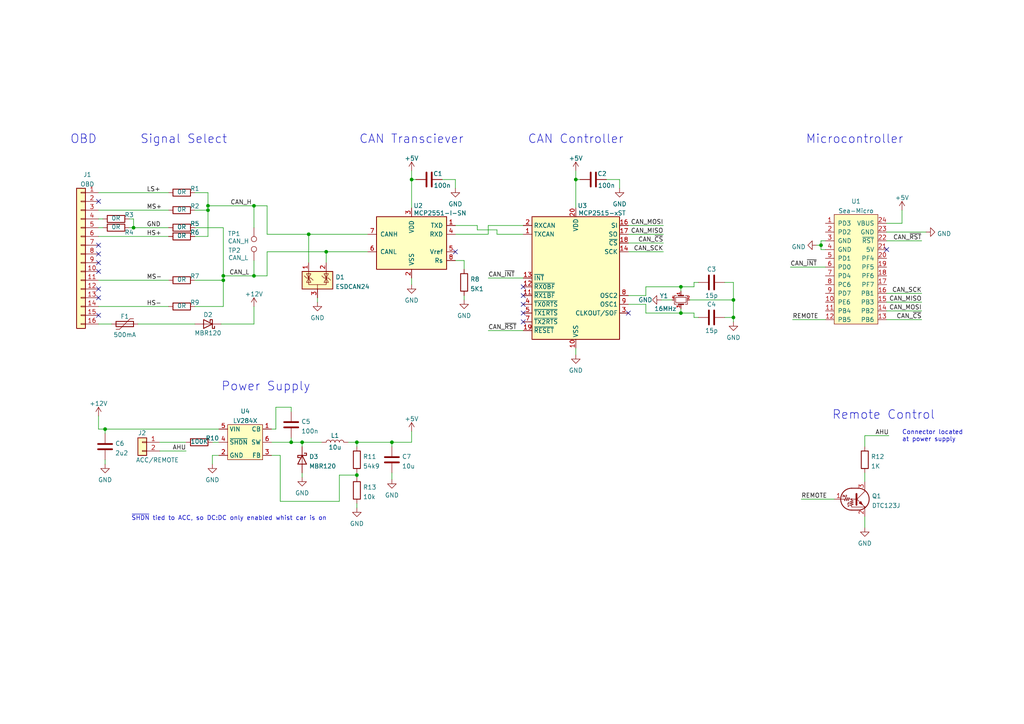
<source format=kicad_sch>
(kicad_sch (version 20210621) (generator eeschema)
  (paper "A4")
  (title_block (title "OBD to AHU") (date "2021-10-15") (rev "0.1") (company "Josh Johnson"))
  (lib_symbols
    (symbol "Connector:TestPoint" (pin_numbers hide) (pin_names (offset 0.762) hide)
      (property "Reference" "TP" (at 0 6.858 0))
      (property "Value" "TestPoint" (at 0 5.08 0))
      (symbol "TestPoint_0_1"
        (circle (center 0 3.302) (radius 0.762))
      )
      (symbol "TestPoint_1_1"
        (pin passive line (at 0 0 90) (length 2.54) (name "1") (number "1"))
      )
    )
    (symbol "Connector_Generic:Conn_01x02" (pin_names (offset 1.016) hide)
      (property "Reference" "J" (at 0 2.54 0))
      (property "Value" "Conn_01x02" (at 0 -5.08 0))
      (symbol "Conn_01x02_1_1"
        (rectangle (start -1.27 -2.413) (end 0 -2.667) (stroke (width 0.1524)))
        (rectangle (start -1.27 0.127) (end 0 -0.127) (stroke (width 0.1524)))
        (rectangle (start -1.27 1.27) (end 1.27 -3.81) (stroke (width 0.254)) (fill (type background)))
        (pin passive line (at -5.08 0 0) (length 3.81) (name "Pin_1") (number "1"))
        (pin passive line (at -5.08 -2.54 0) (length 3.81) (name "Pin_2") (number "2"))
      )
    )
    (symbol "Connector_Generic:Conn_01x16" (pin_names (offset 1.016) hide)
      (property "Reference" "J" (at 0 20.32 0))
      (property "Value" "Conn_01x16" (at 0 -22.86 0))
      (symbol "Conn_01x16_1_1"
        (rectangle (start -1.27 -20.193) (end 0 -20.447) (stroke (width 0.1524)))
        (rectangle (start -1.27 -17.653) (end 0 -17.907) (stroke (width 0.1524)))
        (rectangle (start -1.27 -15.113) (end 0 -15.367) (stroke (width 0.1524)))
        (rectangle (start -1.27 -12.573) (end 0 -12.827) (stroke (width 0.1524)))
        (rectangle (start -1.27 -10.033) (end 0 -10.287) (stroke (width 0.1524)))
        (rectangle (start -1.27 -7.493) (end 0 -7.747) (stroke (width 0.1524)))
        (rectangle (start -1.27 -4.953) (end 0 -5.207) (stroke (width 0.1524)))
        (rectangle (start -1.27 -2.413) (end 0 -2.667) (stroke (width 0.1524)))
        (rectangle (start -1.27 0.127) (end 0 -0.127) (stroke (width 0.1524)))
        (rectangle (start -1.27 2.667) (end 0 2.413) (stroke (width 0.1524)))
        (rectangle (start -1.27 5.207) (end 0 4.953) (stroke (width 0.1524)))
        (rectangle (start -1.27 7.747) (end 0 7.493) (stroke (width 0.1524)))
        (rectangle (start -1.27 10.287) (end 0 10.033) (stroke (width 0.1524)))
        (rectangle (start -1.27 12.827) (end 0 12.573) (stroke (width 0.1524)))
        (rectangle (start -1.27 15.367) (end 0 15.113) (stroke (width 0.1524)))
        (rectangle (start -1.27 17.907) (end 0 17.653) (stroke (width 0.1524)))
        (rectangle (start -1.27 19.05) (end 1.27 -21.59) (stroke (width 0.254)) (fill (type background)))
        (pin passive line (at -5.08 17.78 0) (length 3.81) (name "Pin_1") (number "1"))
        (pin passive line (at -5.08 -5.08 0) (length 3.81) (name "Pin_10") (number "10"))
        (pin passive line (at -5.08 -7.62 0) (length 3.81) (name "Pin_11") (number "11"))
        (pin passive line (at -5.08 -10.16 0) (length 3.81) (name "Pin_12") (number "12"))
        (pin passive line (at -5.08 -12.7 0) (length 3.81) (name "Pin_13") (number "13"))
        (pin passive line (at -5.08 -15.24 0) (length 3.81) (name "Pin_14") (number "14"))
        (pin passive line (at -5.08 -17.78 0) (length 3.81) (name "Pin_15") (number "15"))
        (pin passive line (at -5.08 -20.32 0) (length 3.81) (name "Pin_16") (number "16"))
        (pin passive line (at -5.08 15.24 0) (length 3.81) (name "Pin_2") (number "2"))
        (pin passive line (at -5.08 12.7 0) (length 3.81) (name "Pin_3") (number "3"))
        (pin passive line (at -5.08 10.16 0) (length 3.81) (name "Pin_4") (number "4"))
        (pin passive line (at -5.08 7.62 0) (length 3.81) (name "Pin_5") (number "5"))
        (pin passive line (at -5.08 5.08 0) (length 3.81) (name "Pin_6") (number "6"))
        (pin passive line (at -5.08 2.54 0) (length 3.81) (name "Pin_7") (number "7"))
        (pin passive line (at -5.08 0 0) (length 3.81) (name "Pin_8") (number "8"))
        (pin passive line (at -5.08 -2.54 0) (length 3.81) (name "Pin_9") (number "9"))
      )
    )
    (symbol "Device:C" (pin_numbers hide) (pin_names (offset 0.254))
      (property "Reference" "C" (at 0.635 2.54 0))
      (property "Value" "C" (at 0.635 -2.54 0))
      (symbol "C_0_1"
        (polyline (pts (xy -2.032 -0.762) (xy 2.032 -0.762)) (stroke (width 0.508)))
        (polyline (pts (xy -2.032 0.762) (xy 2.032 0.762)) (stroke (width 0.508)))
      )
      (symbol "C_1_1"
        (pin passive line (at 0 3.81 270) (length 2.794) (name "~") (number "1"))
        (pin passive line (at 0 -3.81 90) (length 2.794) (name "~") (number "2"))
      )
    )
    (symbol "Device:Crystal_GND24_Small" (pin_names (offset 1.016) hide)
      (property "Reference" "Y" (at 1.27 4.445 0))
      (property "Value" "Crystal_GND24_Small" (at 1.27 2.54 0))
      (symbol "Crystal_GND24_Small_0_1"
        (rectangle (start -0.762 -1.524) (end 0.762 1.524))
        (polyline (pts (xy -1.27 -0.762) (xy -1.27 0.762)) (stroke (width 0.381)))
        (polyline (pts (xy 1.27 -0.762) (xy 1.27 0.762)) (stroke (width 0.381)))
        (polyline (pts (xy -1.27 -1.27) (xy -1.27 -1.905) (xy 1.27 -1.905) (xy 1.27 -1.27)))
        (polyline (pts (xy -1.27 1.27) (xy -1.27 1.905) (xy 1.27 1.905) (xy 1.27 1.27)))
      )
      (symbol "Crystal_GND24_Small_1_1"
        (pin passive line (at -2.54 0 0) (length 1.27) (name "1") (number "1"))
        (pin passive line (at 0 -2.54 90) (length 0.635) (name "2") (number "2"))
        (pin passive line (at 2.54 0 180) (length 1.27) (name "3") (number "3"))
        (pin passive line (at 0 2.54 270) (length 0.635) (name "4") (number "4"))
      )
    )
    (symbol "Device:D_Schottky" (pin_numbers hide) (pin_names (offset 1.016) hide)
      (property "Reference" "D" (at 0 2.54 0))
      (property "Value" "D_Schottky" (at 0 -2.54 0))
      (symbol "D_Schottky_0_1"
        (polyline (pts (xy 1.27 0) (xy -1.27 0)))
        (polyline (pts (xy 1.27 1.27) (xy 1.27 -1.27) (xy -1.27 0) (xy 1.27 1.27)) (stroke (width 0.254)))
        (polyline (pts (xy -1.905 0.635) (xy -1.905 1.27) (xy -1.27 1.27) (xy -1.27 -1.27) (xy -0.635 -1.27) (xy -0.635 -0.635)) (stroke (width 0.254)))
      )
      (symbol "D_Schottky_1_1"
        (pin passive line (at -3.81 0 0) (length 2.54) (name "K") (number "1"))
        (pin passive line (at 3.81 0 180) (length 2.54) (name "A") (number "2"))
      )
    )
    (symbol "Device:L" (pin_numbers hide) (pin_names (offset 1.016) hide)
      (property "Reference" "L" (at -1.27 0 90))
      (property "Value" "L" (at 1.905 0 90))
      (symbol "L_0_1"
        (arc (start 0 -2.54) (end 0 -1.27) (radius (at 0 -1.905) (length 0.635) (angles -89.9 89.9)))
        (arc (start 0 -1.27) (end 0 0) (radius (at 0 -0.635) (length 0.635) (angles -89.9 89.9)))
        (arc (start 0 0) (end 0 1.27) (radius (at 0 0.635) (length 0.635) (angles -89.9 89.9)))
        (arc (start 0 1.27) (end 0 2.54) (radius (at 0 1.905) (length 0.635) (angles -89.9 89.9)))
      )
      (symbol "L_1_1"
        (pin passive line (at 0 3.81 270) (length 1.27) (name "1") (number "1"))
        (pin passive line (at 0 -3.81 90) (length 1.27) (name "2") (number "2"))
      )
    )
    (symbol "Device:Polyfuse" (pin_numbers hide) (pin_names (offset 0))
      (property "Reference" "F" (at -2.54 0 90))
      (property "Value" "Polyfuse" (at 2.54 0 90))
      (symbol "Polyfuse_0_1"
        (rectangle (start -0.762 2.54) (end 0.762 -2.54) (stroke (width 0.254)))
        (polyline (pts (xy 0 2.54) (xy 0 -2.54)))
        (polyline (pts (xy -1.524 2.54) (xy -1.524 1.524) (xy 1.524 -1.524) (xy 1.524 -2.54)))
      )
      (symbol "Polyfuse_1_1"
        (pin passive line (at 0 3.81 270) (length 1.27) (name "~") (number "1"))
        (pin passive line (at 0 -3.81 90) (length 1.27) (name "~") (number "2"))
      )
    )
    (symbol "Device:R" (pin_numbers hide) (pin_names (offset 0))
      (property "Reference" "R" (at 2.032 0 90))
      (property "Value" "R" (at 0 0 90))
      (symbol "R_0_1"
        (rectangle (start -1.016 -2.54) (end 1.016 2.54) (stroke (width 0.254)))
      )
      (symbol "R_1_1"
        (pin passive line (at 0 3.81 270) (length 1.27) (name "~") (number "1"))
        (pin passive line (at 0 -3.81 90) (length 1.27) (name "~") (number "2"))
      )
    )
    (symbol "Interface_CAN_LIN:MCP2515-xST"
      (property "Reference" "U" (at -10.16 19.685 0))
      (property "Value" "MCP2515-xST" (at 19.05 20.32 0))
      (symbol "MCP2515-xST_0_1"
        (rectangle (start -12.7 17.78) (end 12.7 -17.78) (stroke (width 0.254)) (fill (type background)))
      )
      (symbol "MCP2515-xST_1_1"
        (pin output line (at 15.24 12.7 180) (length 2.54) (name "TXCAN") (number "1"))
        (pin power_in line (at 0 -20.32 90) (length 2.54) (name "VSS") (number "10"))
        (pin output line (at 15.24 -5.08 180) (length 2.54) (name "~{RX1BF}") (number "11"))
        (pin output line (at 15.24 -2.54 180) (length 2.54) (name "~{RX0BF}") (number "12"))
        (pin output line (at 15.24 0 180) (length 2.54) (name "~{INT}") (number "13"))
        (pin input line (at -15.24 7.62 0) (length 2.54) (name "SCK") (number "14"))
        (pin no_connect line (at -12.7 -2.54 0) (length 2.54) hide (name "NC") (number "15"))
        (pin input line (at -15.24 15.24 0) (length 2.54) (name "SI") (number "16"))
        (pin output line (at -15.24 12.7 0) (length 2.54) (name "SO") (number "17"))
        (pin input line (at -15.24 10.16 0) (length 2.54) (name "~{CS}") (number "18"))
        (pin input line (at 15.24 -15.24 180) (length 2.54) (name "~{RESET}") (number "19"))
        (pin input line (at 15.24 15.24 180) (length 2.54) (name "RXCAN") (number "2"))
        (pin power_in line (at 0 20.32 270) (length 2.54) (name "VDD") (number "20"))
        (pin output line (at -15.24 -10.16 0) (length 2.54) (name "CLKOUT/SOF") (number "3"))
        (pin input line (at 15.24 -7.62 180) (length 2.54) (name "~{TX0RTS}") (number "4"))
        (pin input line (at 15.24 -10.16 180) (length 2.54) (name "~{TX1RTS}") (number "5"))
        (pin no_connect line (at -12.7 0 0) (length 2.54) hide (name "NC") (number "6"))
        (pin input line (at 15.24 -12.7 180) (length 2.54) (name "~{TX2RTS}") (number "7"))
        (pin output line (at -15.24 -5.08 0) (length 2.54) (name "OSC2") (number "8"))
        (pin input line (at -15.24 -7.62 0) (length 2.54) (name "OSC1") (number "9"))
      )
    )
    (symbol "Interface_CAN_LIN:MCP2551-I-SN" (pin_names (offset 1.016))
      (property "Reference" "U" (at -10.16 8.89 0))
      (property "Value" "MCP2551-I-SN" (at 2.54 8.89 0))
      (symbol "MCP2551-I-SN_0_1"
        (rectangle (start -10.16 7.62) (end 10.16 -7.62) (stroke (width 0.254)) (fill (type background)))
      )
      (symbol "MCP2551-I-SN_1_1"
        (pin input line (at -12.7 5.08 0) (length 2.54) (name "TXD") (number "1"))
        (pin power_in line (at 0 -10.16 90) (length 2.54) (name "VSS") (number "2"))
        (pin power_in line (at 0 10.16 270) (length 2.54) (name "VDD") (number "3"))
        (pin output line (at -12.7 2.54 0) (length 2.54) (name "RXD") (number "4"))
        (pin power_out line (at -12.7 -2.54 0) (length 2.54) (name "Vref") (number "5"))
        (pin bidirectional line (at 12.7 -2.54 180) (length 2.54) (name "CANL") (number "6"))
        (pin bidirectional line (at 12.7 2.54 180) (length 2.54) (name "CANH") (number "7"))
        (pin input line (at -12.7 -5.08 0) (length 2.54) (name "Rs") (number "8"))
      )
    )
    (symbol "Power_Protection:NUP2105L" (pin_names hide)
      (property "Reference" "D" (at 5.715 2.54 0))
      (property "Value" "NUP2105L" (at 5.715 0.635 0))
      (symbol "NUP2105L_0_0"
        (pin passive line (at 0 -5.08 90) (length 2.54) (name "A") (number "3"))
      )
      (symbol "NUP2105L_0_1"
        (rectangle (start -4.445 2.54) (end 4.445 -2.54) (stroke (width 0.254)) (fill (type background)))
        (polyline (pts (xy -2.54 2.54) (xy -2.54 0.635)))
        (polyline (pts (xy 0 -1.27) (xy 0 -2.54)))
        (polyline (pts (xy 2.54 2.54) (xy 2.54 0.635)))
        (polyline (pts (xy -3.81 1.27) (xy -3.175 0.635) (xy -1.905 0.635) (xy -1.27 0)))
        (polyline (pts (xy -2.54 0.635) (xy -2.54 -1.27) (xy 2.54 -1.27) (xy 2.54 0.635)))
        (polyline (pts (xy -2.54 0.635) (xy -1.905 -0.635) (xy -3.175 -0.635) (xy -2.54 0.635)))
        (polyline (pts (xy 2.54 0.635) (xy 1.905 -0.635) (xy 3.175 -0.635) (xy 2.54 0.635)))
        (polyline (pts (xy 2.54 0.635) (xy 3.175 1.905) (xy 1.905 1.905) (xy 2.54 0.635)))
        (polyline (pts (xy -2.54 0.635) (xy -3.175 1.905) (xy -1.905 1.905) (xy -2.54 0.635) (xy -2.54 1.27)))
        (polyline (pts (xy 1.27 1.27) (xy 1.905 0.635) (xy 2.54 0.635) (xy 3.175 0.635) (xy 3.81 0)))
      )
      (symbol "NUP2105L_1_1"
        (pin passive line (at -2.54 5.08 270) (length 2.54) (name "K") (number "1"))
        (pin passive line (at 2.54 5.08 270) (length 2.54) (name "K") (number "2"))
      )
    )
    (symbol "Transistor_BJT:DTC123J" (pin_names (offset 0) hide)
      (property "Reference" "Q" (at 5.08 1.905 0))
      (property "Value" "DTC123J" (at 5.08 0 0))
      (symbol "DTC123J_0_0"
        (text "2k2" (at -3.302 0.889 0) (effects (font (size 0.508 0.508))))
        (text "47k" (at -2.159 -1.524 900) (effects (font (size 0.508 0.508))))
      )
      (symbol "DTC123J_0_1"
        (arc (start -1.27 3.175) (end -1.27 -3.175) (radius (at -1.27 0) (length 3.175) (angles 90.1 -90.1)) (stroke (width 0.254)))
        (arc (start 0.635 -3.175) (end 0.635 3.175) (radius (at 0.635 0) (length 3.175) (angles -89.9 89.9)) (stroke (width 0.254)))
        (circle (center -1.27 0) (radius 0.127))
        (circle (center 2.54 -2.286) (radius 0.127))
        (polyline (pts (xy -3.429 0) (xy -3.81 0)))
        (polyline (pts (xy -1.27 -3.175) (xy 0.635 -3.175)) (stroke (width 0.254)))
        (polyline (pts (xy -1.27 3.175) (xy 0.635 3.175)) (stroke (width 0.254)))
        (polyline (pts (xy 0 -0.254) (xy 2.54 2.286)))
        (polyline (pts (xy 2.54 2.286) (xy 2.54 2.54)))
        (polyline (pts (xy 2.54 -2.286) (xy 0 0.254) (xy 0 0.254)))
        (polyline (pts (xy 0 0) (xy -1.905 0) (xy -2.032 0.508) (xy -2.286 -0.508) (xy -2.54 0.508) (xy -2.794 -0.508) (xy -3.048 0.508) (xy -3.302 -0.508) (xy -3.429 0)))
        (polyline (pts (xy -1.27 0) (xy -1.27 -0.381) (xy -0.762 -0.508) (xy -1.778 -0.762) (xy -0.762 -1.016) (xy -1.778 -1.27) (xy -0.762 -1.524) (xy -1.778 -1.778) (xy -1.27 -1.905) (xy -1.27 -2.286) (xy 2.54 -2.286)))
        (polyline (pts (xy 0.127 1.524) (xy 0.127 -1.651)) (stroke (width 0.508)) (fill (type outline)))
        (polyline (pts (xy 0.889 -1.143) (xy 1.397 -0.635) (xy 1.905 -1.651) (xy 0.889 -1.143)) (fill (type outline)))
      )
      (symbol "DTC123J_1_1"
        (pin input line (at -6.35 0 0) (length 2.54) (name "B") (number "1"))
        (pin passive line (at 2.54 -5.08 90) (length 2.54) (name "E") (number "2"))
        (pin passive line (at 2.54 5.08 270) (length 2.54) (name "C") (number "3"))
      )
    )
    (symbol "josh-module:ARDUINO_PRO_MICRO" (pin_names (offset 1.016))
      (property "Reference" "U" (at -5.08 0 0))
      (property "Value" "ARDUINO_PRO_MICRO" (at 3.81 -2.54 0))
      (symbol "ARDUINO_PRO_MICRO_0_1"
        (rectangle (start -6.35 -3.81) (end 6.35 -35.56) (fill (type background)))
      )
      (symbol "ARDUINO_PRO_MICRO_1_1"
        (pin bidirectional line (at -8.89 -6.35 0) (length 2.54) (name "PD3") (number "1"))
        (pin bidirectional line (at -8.89 -29.21 0) (length 2.54) (name "PE6") (number "10"))
        (pin bidirectional line (at -8.89 -31.75 0) (length 2.54) (name "PB4") (number "11"))
        (pin bidirectional line (at -8.89 -34.29 0) (length 2.54) (name "PB5") (number "12"))
        (pin bidirectional line (at 8.89 -34.29 180) (length 2.54) (name "PB6") (number "13"))
        (pin bidirectional line (at 8.89 -31.75 180) (length 2.54) (name "PB2") (number "14"))
        (pin bidirectional line (at 8.89 -29.21 180) (length 2.54) (name "PB3") (number "15"))
        (pin bidirectional line (at 8.89 -26.67 180) (length 2.54) (name "PB1") (number "16"))
        (pin bidirectional line (at 8.89 -24.13 180) (length 2.54) (name "PF7") (number "17"))
        (pin bidirectional line (at 8.89 -21.59 180) (length 2.54) (name "PF6") (number "18"))
        (pin bidirectional line (at 8.89 -19.05 180) (length 2.54) (name "PF5") (number "19"))
        (pin bidirectional line (at -8.89 -8.89 0) (length 2.54) (name "PD2") (number "2"))
        (pin bidirectional line (at 8.89 -16.51 180) (length 2.54) (name "PF4") (number "20"))
        (pin power_in line (at 8.89 -13.97 180) (length 2.54) (name "5V") (number "21"))
        (pin bidirectional line (at 8.89 -11.43 180) (length 2.54) (name "~{RST}") (number "22"))
        (pin power_in line (at 8.89 -8.89 180) (length 2.54) (name "GND") (number "23"))
        (pin power_in line (at 8.89 -6.35 180) (length 2.54) (name "VBUS") (number "24"))
        (pin power_in line (at -8.89 -11.43 0) (length 2.54) (name "GND") (number "3"))
        (pin power_in line (at -8.89 -13.97 0) (length 2.54) (name "GND") (number "4"))
        (pin bidirectional line (at -8.89 -16.51 0) (length 2.54) (name "PD1") (number "5"))
        (pin bidirectional line (at -8.89 -19.05 0) (length 2.54) (name "PD0") (number "6"))
        (pin bidirectional line (at -8.89 -21.59 0) (length 2.54) (name "PD4") (number "7"))
        (pin bidirectional line (at -8.89 -24.13 0) (length 2.54) (name "PC6") (number "8"))
        (pin bidirectional line (at -8.89 -26.67 0) (length 2.54) (name "PD7") (number "9"))
      )
    )
    (symbol "josh-power:LV284X"
      (property "Reference" "U" (at -3.81 8.89 0))
      (property "Value" "LV284X" (at -1.27 6.35 0))
      (symbol "LV284X_0_1"
        (rectangle (start -5.08 5.08) (end 5.08 -5.08) (stroke (width 0.1524)) (fill (type background)))
      )
      (symbol "LV284X_1_1"
        (pin bidirectional line (at 7.62 3.81 180) (length 2.54) (name "CB") (number "1"))
        (pin power_out line (at -7.62 -3.81 0) (length 2.54) (name "GND") (number "2"))
        (pin power_in line (at 7.62 -3.81 180) (length 2.54) (name "FB") (number "3"))
        (pin input line (at -7.62 0 0) (length 2.54) (name "~{SHDN}") (number "4"))
        (pin power_in line (at -7.62 3.81 0) (length 2.54) (name "VIN") (number "5"))
        (pin output line (at 7.62 0 180) (length 2.54) (name "SW") (number "6"))
      )
    )
    (symbol "power:+12V" (power) (pin_names (offset 0))
      (property "Value" "+12V" (at 0 3.556 0))
      (symbol "+12V_0_1"
        (polyline (pts (xy -0.762 1.27) (xy 0 2.54)))
        (polyline (pts (xy 0 0) (xy 0 2.54)))
        (polyline (pts (xy 0 2.54) (xy 0.762 1.27)))
      )
      (symbol "+12V_1_1"
        (pin power_in line (at 0 0 90) (length 0) hide (name "+12V") (number "1"))
      )
    )
    (symbol "power:+5V" (power) (pin_names (offset 0))
      (property "Value" "+5V" (at 0 3.556 0))
      (symbol "+5V_0_1"
        (polyline (pts (xy -0.762 1.27) (xy 0 2.54)))
        (polyline (pts (xy 0 0) (xy 0 2.54)))
        (polyline (pts (xy 0 2.54) (xy 0.762 1.27)))
      )
      (symbol "+5V_1_1"
        (pin power_in line (at 0 0 90) (length 0) hide (name "+5V") (number "1"))
      )
    )
    (symbol "power:GND" (power) (pin_names (offset 0))
      (property "Value" "GND" (at 0 -3.81 0))
      (symbol "GND_0_1"
        (polyline (pts (xy 0 0) (xy 0 -1.27) (xy 1.27 -1.27) (xy 0 -2.54) (xy -1.27 -1.27) (xy 0 -1.27)))
      )
      (symbol "GND_1_1"
        (pin power_in line (at 0 0 270) (length 0) hide (name "GND") (number "1"))
      )
    )
  )
  (junction (at 30.48 124.46))
  (junction (at 38.735 66.04))
  (junction (at 60.325 59.69))
  (junction (at 60.325 60.96))
  (junction (at 64.77 80.01))
  (junction (at 64.77 81.28))
  (junction (at 73.66 59.69))
  (junction (at 73.66 80.01))
  (junction (at 84.455 128.27))
  (junction (at 87.63 128.27))
  (junction (at 89.535 67.945))
  (junction (at 94.615 73.025))
  (junction (at 103.505 128.27))
  (junction (at 103.505 137.795))
  (junction (at 113.665 128.27))
  (junction (at 119.38 52.07))
  (junction (at 167.005 52.07))
  (junction (at 197.485 83.185))
  (junction (at 197.485 90.805))
  (junction (at 212.725 86.995))
  (junction (at 212.725 92.075))
  (junction (at 238.125 71.12))
  (no_connect (at 28.575 58.42))
  (no_connect (at 28.575 71.12))
  (no_connect (at 28.575 73.66))
  (no_connect (at 28.575 76.2))
  (no_connect (at 28.575 78.74))
  (no_connect (at 28.575 83.82))
  (no_connect (at 28.575 86.36))
  (no_connect (at 28.575 91.44))
  (no_connect (at 132.08 73.025))
  (no_connect (at 151.765 83.185))
  (no_connect (at 151.765 85.725))
  (no_connect (at 151.765 88.265))
  (no_connect (at 151.765 90.805))
  (no_connect (at 151.765 93.345))
  (no_connect (at 182.245 90.805))
  (no_connect (at 257.175 72.39))
  (wire (pts (xy 28.575 55.88) (xy 48.895 55.88)))
  (wire (pts (xy 28.575 60.96) (xy 48.895 60.96)))
  (wire (pts (xy 28.575 63.5) (xy 29.845 63.5)))
  (wire (pts (xy 28.575 66.04) (xy 29.845 66.04)))
  (wire (pts (xy 28.575 68.58) (xy 48.895 68.58)))
  (wire (pts (xy 28.575 81.28) (xy 48.895 81.28)))
  (wire (pts (xy 28.575 88.9) (xy 48.895 88.9)))
  (wire (pts (xy 28.575 93.98) (xy 32.385 93.98)))
  (wire (pts (xy 28.575 120.65) (xy 28.575 124.46)))
  (wire (pts (xy 28.575 124.46) (xy 30.48 124.46)))
  (wire (pts (xy 30.48 124.46) (xy 30.48 125.73)))
  (wire (pts (xy 30.48 124.46) (xy 63.5 124.46)))
  (wire (pts (xy 30.48 133.35) (xy 30.48 134.62)))
  (wire (pts (xy 37.465 63.5) (xy 38.735 63.5)))
  (wire (pts (xy 37.465 66.04) (xy 38.735 66.04)))
  (wire (pts (xy 38.735 63.5) (xy 38.735 66.04)))
  (wire (pts (xy 38.735 66.04) (xy 48.895 66.04)))
  (wire (pts (xy 40.005 93.98) (xy 56.515 93.98)))
  (wire (pts (xy 46.355 128.27) (xy 53.975 128.27)))
  (wire (pts (xy 46.355 130.81) (xy 53.975 130.81)))
  (wire (pts (xy 56.515 60.96) (xy 60.325 60.96)))
  (wire (pts (xy 56.515 66.04) (xy 64.77 66.04)))
  (wire (pts (xy 56.515 68.58) (xy 60.325 68.58)))
  (wire (pts (xy 56.515 88.9) (xy 64.77 88.9)))
  (wire (pts (xy 60.325 55.88) (xy 56.515 55.88)))
  (wire (pts (xy 60.325 59.69) (xy 60.325 55.88)))
  (wire (pts (xy 60.325 59.69) (xy 73.66 59.69)))
  (wire (pts (xy 60.325 60.96) (xy 60.325 59.69)))
  (wire (pts (xy 60.325 68.58) (xy 60.325 60.96)))
  (wire (pts (xy 61.595 128.27) (xy 63.5 128.27)))
  (wire (pts (xy 61.595 132.08) (xy 61.595 134.62)))
  (wire (pts (xy 61.595 132.08) (xy 63.5 132.08)))
  (wire (pts (xy 64.135 93.98) (xy 73.66 93.98)))
  (wire (pts (xy 64.77 66.04) (xy 64.77 80.01)))
  (wire (pts (xy 64.77 80.01) (xy 64.77 81.28)))
  (wire (pts (xy 64.77 80.01) (xy 73.66 80.01)))
  (wire (pts (xy 64.77 81.28) (xy 56.515 81.28)))
  (wire (pts (xy 64.77 88.9) (xy 64.77 81.28)))
  (wire (pts (xy 73.66 59.69) (xy 73.66 66.04)))
  (wire (pts (xy 73.66 59.69) (xy 77.47 59.69)))
  (wire (pts (xy 73.66 75.565) (xy 73.66 80.01)))
  (wire (pts (xy 73.66 80.01) (xy 77.47 80.01)))
  (wire (pts (xy 73.66 88.9) (xy 73.66 93.98)))
  (wire (pts (xy 77.47 67.945) (xy 77.47 59.69)))
  (wire (pts (xy 77.47 73.025) (xy 77.47 80.01)))
  (wire (pts (xy 77.47 73.025) (xy 94.615 73.025)))
  (wire (pts (xy 78.74 124.46) (xy 80.01 124.46)))
  (wire (pts (xy 78.74 128.27) (xy 84.455 128.27)))
  (wire (pts (xy 78.74 132.08) (xy 81.28 132.08)))
  (wire (pts (xy 80.01 118.11) (xy 84.455 118.11)))
  (wire (pts (xy 80.01 124.46) (xy 80.01 118.11)))
  (wire (pts (xy 81.28 132.08) (xy 81.28 145.415)))
  (wire (pts (xy 81.28 145.415) (xy 98.425 145.415)))
  (wire (pts (xy 84.455 118.11) (xy 84.455 119.38)))
  (wire (pts (xy 84.455 127) (xy 84.455 128.27)))
  (wire (pts (xy 84.455 128.27) (xy 87.63 128.27)))
  (wire (pts (xy 87.63 128.27) (xy 87.63 129.54)))
  (wire (pts (xy 87.63 128.27) (xy 93.345 128.27)))
  (wire (pts (xy 87.63 137.16) (xy 87.63 138.43)))
  (wire (pts (xy 89.535 67.945) (xy 77.47 67.945)))
  (wire (pts (xy 89.535 67.945) (xy 89.535 76.2)))
  (wire (pts (xy 92.075 86.36) (xy 92.075 87.63)))
  (wire (pts (xy 94.615 73.025) (xy 106.68 73.025)))
  (wire (pts (xy 94.615 76.2) (xy 94.615 73.025)))
  (wire (pts (xy 98.425 137.795) (xy 103.505 137.795)))
  (wire (pts (xy 98.425 145.415) (xy 98.425 137.795)))
  (wire (pts (xy 100.965 128.27) (xy 103.505 128.27)))
  (wire (pts (xy 103.505 128.27) (xy 103.505 129.54)))
  (wire (pts (xy 103.505 128.27) (xy 113.665 128.27)))
  (wire (pts (xy 103.505 137.795) (xy 103.505 137.16)))
  (wire (pts (xy 103.505 137.795) (xy 103.505 138.43)))
  (wire (pts (xy 103.505 146.05) (xy 103.505 147.32)))
  (wire (pts (xy 106.68 67.945) (xy 89.535 67.945)))
  (wire (pts (xy 113.665 128.27) (xy 113.665 129.54)))
  (wire (pts (xy 113.665 128.27) (xy 119.38 128.27)))
  (wire (pts (xy 113.665 137.16) (xy 113.665 139.065)))
  (wire (pts (xy 119.38 49.53) (xy 119.38 52.07)))
  (wire (pts (xy 119.38 52.07) (xy 119.38 60.325)))
  (wire (pts (xy 119.38 52.07) (xy 120.65 52.07)))
  (wire (pts (xy 119.38 80.645) (xy 119.38 82.55)))
  (wire (pts (xy 119.38 125.095) (xy 119.38 128.27)))
  (wire (pts (xy 128.27 52.07) (xy 132.08 52.07)))
  (wire (pts (xy 132.08 52.07) (xy 132.08 54.61)))
  (wire (pts (xy 132.08 67.945) (xy 141.605 67.945)))
  (wire (pts (xy 132.08 75.565) (xy 134.62 75.565)))
  (wire (pts (xy 134.62 75.565) (xy 134.62 78.105)))
  (wire (pts (xy 134.62 85.725) (xy 134.62 86.995)))
  (wire (pts (xy 138.43 65.405) (xy 132.08 65.405)))
  (wire (pts (xy 138.43 66.675) (xy 138.43 65.405)))
  (wire (pts (xy 141.605 65.405) (xy 151.765 65.405)))
  (wire (pts (xy 141.605 67.945) (xy 141.605 65.405)))
  (wire (pts (xy 141.605 80.645) (xy 151.765 80.645)))
  (wire (pts (xy 141.605 95.885) (xy 151.765 95.885)))
  (wire (pts (xy 144.145 66.675) (xy 138.43 66.675)))
  (wire (pts (xy 144.145 67.945) (xy 144.145 66.675)))
  (wire (pts (xy 151.765 67.945) (xy 144.145 67.945)))
  (wire (pts (xy 167.005 49.53) (xy 167.005 52.07)))
  (wire (pts (xy 167.005 52.07) (xy 167.005 60.325)))
  (wire (pts (xy 167.005 52.07) (xy 168.275 52.07)))
  (wire (pts (xy 167.005 100.965) (xy 167.005 102.87)))
  (wire (pts (xy 175.895 52.07) (xy 179.705 52.07)))
  (wire (pts (xy 179.705 52.07) (xy 179.705 54.61)))
  (wire (pts (xy 182.245 65.405) (xy 192.405 65.405)))
  (wire (pts (xy 182.245 67.945) (xy 192.405 67.945)))
  (wire (pts (xy 182.245 70.485) (xy 192.405 70.485)))
  (wire (pts (xy 182.245 73.025) (xy 192.405 73.025)))
  (wire (pts (xy 182.245 85.725) (xy 187.325 85.725)))
  (wire (pts (xy 182.245 88.265) (xy 187.325 88.265)))
  (wire (pts (xy 187.325 83.185) (xy 187.325 85.725)))
  (wire (pts (xy 187.325 83.185) (xy 197.485 83.185)))
  (wire (pts (xy 187.325 90.805) (xy 187.325 88.265)))
  (wire (pts (xy 187.325 90.805) (xy 197.485 90.805)))
  (wire (pts (xy 194.945 86.995) (xy 191.77 86.995)))
  (wire (pts (xy 197.485 83.185) (xy 197.485 84.455)))
  (wire (pts (xy 197.485 83.185) (xy 201.295 83.185)))
  (wire (pts (xy 197.485 89.535) (xy 197.485 90.805)))
  (wire (pts (xy 200.025 86.995) (xy 212.725 86.995)))
  (wire (pts (xy 201.295 81.915) (xy 202.565 81.915)))
  (wire (pts (xy 201.295 83.185) (xy 201.295 81.915)))
  (wire (pts (xy 201.295 90.805) (xy 197.485 90.805)))
  (wire (pts (xy 201.295 92.075) (xy 201.295 90.805)))
  (wire (pts (xy 202.565 92.075) (xy 201.295 92.075)))
  (wire (pts (xy 210.185 81.915) (xy 212.725 81.915)))
  (wire (pts (xy 210.185 92.075) (xy 212.725 92.075)))
  (wire (pts (xy 212.725 81.915) (xy 212.725 86.995)))
  (wire (pts (xy 212.725 86.995) (xy 212.725 92.075)))
  (wire (pts (xy 212.725 92.075) (xy 212.725 93.345)))
  (wire (pts (xy 229.235 77.47) (xy 239.395 77.47)))
  (wire (pts (xy 229.87 92.71) (xy 239.395 92.71)))
  (wire (pts (xy 232.41 144.78) (xy 241.935 144.78)))
  (wire (pts (xy 238.125 69.85) (xy 238.125 71.12)))
  (wire (pts (xy 238.125 71.12) (xy 236.855 71.12)))
  (wire (pts (xy 238.125 72.39) (xy 238.125 71.12)))
  (wire (pts (xy 239.395 69.85) (xy 238.125 69.85)))
  (wire (pts (xy 239.395 72.39) (xy 238.125 72.39)))
  (wire (pts (xy 250.825 126.365) (xy 250.825 129.54)))
  (wire (pts (xy 250.825 126.365) (xy 257.81 126.365)))
  (wire (pts (xy 250.825 137.16) (xy 250.825 139.7)))
  (wire (pts (xy 250.825 149.86) (xy 250.825 153.035)))
  (wire (pts (xy 257.175 64.77) (xy 261.62 64.77)))
  (wire (pts (xy 257.175 67.31) (xy 268.605 67.31)))
  (wire (pts (xy 257.175 85.09) (xy 267.335 85.09)))
  (wire (pts (xy 257.175 87.63) (xy 267.335 87.63)))
  (wire (pts (xy 257.175 90.17) (xy 267.335 90.17)))
  (wire (pts (xy 257.175 92.71) (xy 267.335 92.71)))
  (wire (pts (xy 261.62 60.96) (xy 261.62 64.77)))
  (wire (pts (xy 267.335 69.85) (xy 257.175 69.85)))
  (text "OBD" (at 20.32 41.91 0) (effects (font (size 2.5 2.5)) (justify left bottom)))
  (text "~{SHDN} tied to ACC, so DC:DC only enabled whist car is on" (at 38.1 151.13 0) (effects (font (size 1.27 1.27)) (justify left bottom)))
  (text "Signal Select" (at 40.64 41.91 0) (effects (font (size 2.5 2.5)) (justify left bottom)))
  (text "Power Supply" (at 64.135 113.665 0) (effects (font (size 2.54 2.54)) (justify left bottom)))
  (text "CAN Transciever" (at 104.14 41.91 0) (effects (font (size 2.5 2.5)) (justify left bottom)))
  (text "CAN Controller" (at 153.035 41.91 0) (effects (font (size 2.5 2.5)) (justify left bottom)))
  (text "Microcontroller" (at 233.68 41.91 0) (effects (font (size 2.5 2.5)) (justify left bottom)))
  (text "Remote Control" (at 241.3 121.92 0) (effects (font (size 2.54 2.54)) (justify left bottom)))
  (text "Connector located\nat power supply" (at 261.62 128.27 0) (effects (font (size 1.27 1.27)) (justify left bottom)))
  (label "LS+" (at 42.545 55.88 0))
  (label "MS+" (at 42.545 60.96 0))
  (label "GND" (at 42.545 66.04 0))
  (label "HS+" (at 42.545 68.58 0))
  (label "MS-" (at 42.545 81.28 0))
  (label "HS-" (at 42.545 88.9 0))
  (label "AHU" (at 53.975 130.81 180))
  (label "CAN_L" (at 72.39 80.01 180))
  (label "CAN_H" (at 73.025 59.69 180))
  (label "CAN_~{INT}" (at 141.605 80.645 0))
  (label "CAN_~{RST}" (at 141.605 95.885 0))
  (label "CAN_MOSI" (at 192.405 65.405 180))
  (label "CAN_MISO" (at 192.405 67.945 180))
  (label "CAN_~{CS}" (at 192.405 70.485 180))
  (label "CAN_SCK" (at 192.405 73.025 180))
  (label "CAN_~{INT}" (at 229.235 77.47 0))
  (label "REMOTE" (at 229.87 92.71 0))
  (label "REMOTE" (at 232.41 144.78 0))
  (label "AHU" (at 257.81 126.365 180))
  (label "CAN_~{RST}" (at 267.335 69.85 180))
  (label "CAN_SCK" (at 267.335 85.09 180))
  (label "CAN_MISO" (at 267.335 87.63 180))
  (label "CAN_MOSI" (at 267.335 90.17 180))
  (label "CAN_~{CS}" (at 267.335 92.71 180))
  (symbol (lib_id "power:+12V") (at 28.575 120.65 0) (unit 1)
    (property "Reference" "#PWR0117" (effects hide))
    (property "Value" "+12V" (at 28.575 117.0454 0))
  )
  (symbol (lib_id "power:+12V") (at 73.66 88.9 0) (unit 1)
    (property "Reference" "#PWR0115" (effects hide))
    (property "Value" "+12V" (at 73.66 85.2954 0))
  )
  (symbol (lib_id "power:+5V") (at 119.38 49.53 0) (unit 1)
    (property "Reference" "#PWR0114" (effects hide))
    (property "Value" "+5V" (at 119.38 45.9254 0))
  )
  (symbol (lib_id "power:+5V") (at 119.38 125.095 0) (unit 1)
    (property "Reference" "#PWR0120" (effects hide))
    (property "Value" "+5V" (at 119.38 121.4904 0))
  )
  (symbol (lib_id "power:+5V") (at 167.005 49.53 0) (unit 1)
    (property "Reference" "#PWR0105" (effects hide))
    (property "Value" "+5V" (at 167.005 45.9254 0))
  )
  (symbol (lib_id "power:+5V") (at 261.62 60.96 0) (unit 1)
    (property "Reference" "#PWR0107" (effects hide))
    (property "Value" "+5V" (at 261.62 57.3554 0))
  )
  (symbol (lib_id "Connector:TestPoint") (at 73.66 66.04 0) (mirror x) (unit 1)
    (property "Reference" "TP1" (at 69.723 67.7985 0) (effects (justify right)))
    (property "Value" "CAN_H" (at 72.263 69.9386 0) (effects (justify right)))
    (property "Footprint" "TestPoint:TestPoint_THTPad_D1.5mm_Drill0.7mm" (effects hide))
  )
  (symbol (lib_id "Connector:TestPoint") (at 73.66 75.565 0) (unit 1)
    (property "Reference" "TP2" (at 66.1671 72.6245 0) (effects (justify left)))
    (property "Value" "CAN_L" (at 66.1671 74.7646 0) (effects (justify left)))
    (property "Footprint" "TestPoint:TestPoint_THTPad_D1.5mm_Drill0.7mm" (effects hide))
  )
  (symbol (lib_id "power:GND") (at 30.48 134.62 0) (unit 1)
    (property "Reference" "#PWR0118" (effects hide))
    (property "Value" "GND" (at 30.48 139.1826 0))
  )
  (symbol (lib_id "power:GND") (at 61.595 134.62 0) (unit 1)
    (property "Reference" "#PWR0116" (effects hide))
    (property "Value" "GND" (at 61.595 139.1826 0))
  )
  (symbol (lib_id "power:GND") (at 87.63 138.43 0) (unit 1)
    (property "Reference" "#PWR0119" (effects hide))
    (property "Value" "GND" (at 87.63 142.9926 0))
  )
  (symbol (lib_id "power:GND") (at 92.075 87.63 0) (unit 1)
    (property "Reference" "#PWR0111" (effects hide))
    (property "Value" "GND" (at 92.075 92.1926 0))
  )
  (symbol (lib_id "power:GND") (at 103.505 147.32 0) (unit 1)
    (property "Reference" "#PWR0121" (effects hide))
    (property "Value" "GND" (at 103.505 151.8826 0))
  )
  (symbol (lib_id "power:GND") (at 113.665 139.065 0) (unit 1)
    (property "Reference" "#PWR0122" (effects hide))
    (property "Value" "GND" (at 113.665 143.6276 0))
  )
  (symbol (lib_id "power:GND") (at 119.38 82.55 0) (unit 1)
    (property "Reference" "#PWR0112" (effects hide))
    (property "Value" "GND" (at 119.38 87.1126 0))
  )
  (symbol (lib_id "power:GND") (at 132.08 54.61 0) (unit 1)
    (property "Reference" "#PWR0113" (effects hide))
    (property "Value" "GND" (at 132.08 59.1726 0))
  )
  (symbol (lib_id "power:GND") (at 134.62 86.995 0) (unit 1)
    (property "Reference" "#PWR0110" (effects hide))
    (property "Value" "GND" (at 134.62 91.5576 0))
  )
  (symbol (lib_id "power:GND") (at 167.005 102.87 0) (unit 1)
    (property "Reference" "#PWR0102" (effects hide))
    (property "Value" "GND" (at 167.005 107.4326 0))
  )
  (symbol (lib_id "power:GND") (at 179.705 54.61 0) (unit 1)
    (property "Reference" "#PWR0103" (effects hide))
    (property "Value" "GND" (at 179.705 59.1726 0))
  )
  (symbol (lib_id "power:GND") (at 191.77 86.995 270) (unit 1)
    (property "Reference" "#PWR0104" (effects hide))
    (property "Value" "GND" (at 189.23 86.995 90) (effects (justify right)))
  )
  (symbol (lib_id "power:GND") (at 212.725 93.345 0) (unit 1)
    (property "Reference" "#PWR0101" (effects hide))
    (property "Value" "GND" (at 212.725 97.9076 0))
  )
  (symbol (lib_id "power:GND") (at 236.855 71.12 270) (unit 1)
    (property "Reference" "#PWR0106" (effects hide))
    (property "Value" "GND" (at 233.68 71.599 90) (effects (justify right)))
  )
  (symbol (lib_id "power:GND") (at 250.825 153.035 0) (unit 1)
    (property "Reference" "#PWR0109" (effects hide))
    (property "Value" "GND" (at 250.825 157.5976 0))
  )
  (symbol (lib_id "power:GND") (at 268.605 67.31 90) (unit 1)
    (property "Reference" "#PWR0108" (effects hide))
    (property "Value" "GND" (at 271.7801 67.789 90) (effects (justify right)))
  )
  (symbol (lib_id "Device:L") (at 97.155 128.27 90) (unit 1)
    (property "Reference" "L1" (at 97.155 126.3354 90))
    (property "Value" "10u" (at 97.155 129.7455 90))
    (property "Footprint" "Inductor_SMD:L_1210_3225Metric" (effects hide))
  )
  (symbol (lib_id "Device:R") (at 33.655 63.5 90) (unit 1)
    (property "Reference" "R3" (at 37.465 62.3274 90))
    (property "Value" "0R" (at 33.655 62.5625 90) (effects (justify bottom)))
    (property "Footprint" "Resistor_SMD:R_0805_2012Metric" (effects hide))
  )
  (symbol (lib_id "Device:R") (at 33.655 66.04 90) (unit 1)
    (property "Reference" "R4" (at 37.465 67.4074 90))
    (property "Value" "0R" (at 33.655 65.1025 90) (effects (justify bottom)))
    (property "Footprint" "Resistor_SMD:R_0805_2012Metric" (effects hide))
  )
  (symbol (lib_id "Device:R") (at 52.705 55.88 90) (unit 1)
    (property "Reference" "R1" (at 56.515 54.7074 90))
    (property "Value" "0R" (at 52.705 54.9425 90) (effects (justify bottom)))
    (property "Footprint" "Resistor_SMD:R_0603_1608Metric" (effects hide))
  )
  (symbol (lib_id "Device:R") (at 52.705 60.96 90) (unit 1)
    (property "Reference" "R2" (at 56.515 59.7874 90))
    (property "Value" "0R" (at 52.705 60.0225 90) (effects (justify bottom)))
    (property "Footprint" "Resistor_SMD:R_0603_1608Metric" (effects hide))
  )
  (symbol (lib_id "Device:R") (at 52.705 66.04 90) (unit 1)
    (property "Reference" "R5" (at 56.515 64.8674 90))
    (property "Value" "0R" (at 52.705 65.1025 90) (effects (justify bottom)))
    (property "Footprint" "Resistor_SMD:R_0603_1608Metric" (effects hide))
  )
  (symbol (lib_id "Device:R") (at 52.705 68.58 90) (unit 1)
    (property "Reference" "R6" (at 56.515 67.4074 90))
    (property "Value" "0R" (at 52.705 67.6425 90) (effects (justify bottom)))
    (property "Footprint" "Resistor_SMD:R_0603_1608Metric" (effects hide))
  )
  (symbol (lib_id "Device:R") (at 52.705 81.28 90) (unit 1)
    (property "Reference" "R7" (at 56.515 80.1074 90))
    (property "Value" "0R" (at 52.705 80.3425 90) (effects (justify bottom)))
    (property "Footprint" "Resistor_SMD:R_0603_1608Metric" (effects hide))
  )
  (symbol (lib_id "Device:R") (at 52.705 88.9 90) (unit 1)
    (property "Reference" "R9" (at 56.515 87.7274 90))
    (property "Value" "0R" (at 52.705 87.9625 90) (effects (justify bottom)))
    (property "Footprint" "Resistor_SMD:R_0603_1608Metric" (effects hide))
  )
  (symbol (lib_id "Device:R") (at 57.785 128.27 90) (unit 1)
    (property "Reference" "R10" (at 61.595 127.0974 90))
    (property "Value" "100K" (at 57.785 127.3325 90) (effects (justify bottom)))
    (property "Footprint" "Resistor_SMD:R_0603_1608Metric" (effects hide))
  )
  (symbol (lib_id "Device:R") (at 103.505 133.35 0) (unit 1)
    (property "Reference" "R11" (at 105.2831 132.4415 0) (effects (justify left)))
    (property "Value" "54k9" (at 105.2831 135.2166 0) (effects (justify left)))
    (property "Footprint" "Resistor_SMD:R_0603_1608Metric" (effects hide))
  )
  (symbol (lib_id "Device:R") (at 103.505 142.24 0) (unit 1)
    (property "Reference" "R13" (at 105.2831 141.3315 0) (effects (justify left)))
    (property "Value" "10k" (at 105.2831 144.1066 0) (effects (justify left)))
    (property "Footprint" "Resistor_SMD:R_0603_1608Metric" (effects hide))
  )
  (symbol (lib_id "Device:R") (at 134.62 81.915 0) (unit 1)
    (property "Reference" "R8" (at 136.3981 81.0065 0) (effects (justify left)))
    (property "Value" "5K1" (at 136.3981 83.7816 0) (effects (justify left)))
    (property "Footprint" "Resistor_SMD:R_0603_1608Metric" (effects hide))
  )
  (symbol (lib_id "Device:R") (at 250.825 133.35 0) (unit 1)
    (property "Reference" "R12" (at 252.6031 132.4415 0) (effects (justify left)))
    (property "Value" "1K" (at 252.6031 135.2166 0) (effects (justify left)))
    (property "Footprint" "Resistor_SMD:R_0603_1608Metric" (effects hide))
  )
  (symbol (lib_id "Device:D_Schottky") (at 60.325 93.98 180) (unit 1)
    (property "Reference" "D2" (at 60.325 91.2834 0))
    (property "Value" "MBR120" (at 60.325 96.5985 0))
    (property "Footprint" "josh-passives-smt:D_SOD-123FL" (effects hide))
  )
  (symbol (lib_id "Device:D_Schottky") (at 87.63 133.35 270) (unit 1)
    (property "Reference" "D3" (at 89.6621 132.4415 90) (effects (justify left)))
    (property "Value" "MBR120" (at 89.6621 135.2166 90) (effects (justify left)))
    (property "Footprint" "josh-passives-smt:D_SOD-123FL" (effects hide))
  )
  (symbol (lib_id "Device:Polyfuse") (at 36.195 93.98 90) (unit 1)
    (property "Reference" "F1" (at 36.195 91.7914 90))
    (property "Value" "500mA" (at 36.195 97.1065 90))
    (property "Footprint" "josh-passives-smt:Fuse_0805_2012Metric" (effects hide))
  )
  (symbol (lib_id "Device:Crystal_GND24_Small") (at 197.485 86.995 90) (mirror x) (unit 1)
    (property "Reference" "Y1" (at 193.8274 85.8266 90) (effects (justify left)))
    (property "Value" "16MHz" (at 196.215 89.535 90) (effects (justify left)))
    (property "Footprint" "josh-oscillators:Crystal_SMD_3225-4Pin_3.2x2.5mm" (effects hide))
    (property "LCSC" "C164044" (effects hide))
    (property "MPN " "TAXM16M4RDBCCT2T" (effects hide))
    (property "Manufacturer" "TAE(Zhejiang Abel Elec)" (effects hide))
  )
  (symbol (lib_id "Connector_Generic:Conn_01x02") (at 41.275 128.27 0) (mirror y) (unit 1)
    (property "Reference" "J2" (at 41.2115 125.5734 0))
    (property "Value" "ACC/REMOTE" (at 45.6565 133.4285 0))
    (property "Footprint" "TerminalBlock_4Ucon:TerminalBlock_4Ucon_1x02_P3.50mm_Horizontal" (effects hide))
  )
  (symbol (lib_id "Device:C") (at 30.48 129.54 0) (unit 1)
    (property "Reference" "C6" (at 33.4011 128.6315 0) (effects (justify left)))
    (property "Value" "2u2" (at 33.4011 131.4066 0) (effects (justify left)))
    (property "Footprint" "Capacitor_SMD:C_0805_2012Metric" (effects hide))
  )
  (symbol (lib_id "Device:C") (at 84.455 123.19 0) (unit 1)
    (property "Reference" "C5" (at 87.3761 122.2815 0) (effects (justify left)))
    (property "Value" "100n" (at 87.3761 125.0566 0) (effects (justify left)))
    (property "Footprint" "Capacitor_SMD:C_0603_1608Metric" (effects hide))
  )
  (symbol (lib_id "Device:C") (at 113.665 133.35 0) (unit 1)
    (property "Reference" "C7" (at 116.5861 132.4415 0) (effects (justify left)))
    (property "Value" "10u" (at 116.5861 135.2166 0) (effects (justify left)))
    (property "Footprint" "Capacitor_SMD:C_0805_2012Metric" (effects hide))
  )
  (symbol (lib_id "Device:C") (at 124.46 52.07 90) (unit 1)
    (property "Reference" "C1" (at 127 50.3894 90))
    (property "Value" "100n" (at 128.27 53.7995 90))
    (property "Footprint" "Capacitor_SMD:C_0603_1608Metric" (effects hide))
  )
  (symbol (lib_id "Device:C") (at 172.085 52.07 90) (unit 1)
    (property "Reference" "C2" (at 174.625 50.3894 90))
    (property "Value" "100n" (at 175.895 53.7995 90))
    (property "Footprint" "Capacitor_SMD:C_0603_1608Metric" (effects hide))
  )
  (symbol (lib_id "Device:C") (at 206.375 81.915 90) (mirror x) (unit 1)
    (property "Reference" "C3" (at 206.375 78.105 90))
    (property "Value" "15p" (at 206.375 85.725 90))
    (property "Footprint" "Capacitor_SMD:C_0603_1608Metric" (effects hide))
    (property "LCSC" "C1644" (effects hide))
    (property "MPN " "CL10C150JB8NNNC\r" (effects hide))
    (property "Manufacturer" "Samsung Electro-Mechanics\r" (effects hide))
  )
  (symbol (lib_id "Device:C") (at 206.375 92.075 90) (mirror x) (unit 1)
    (property "Reference" "C4" (at 206.375 88.265 90))
    (property "Value" "15p" (at 206.375 95.885 90))
    (property "Footprint" "Capacitor_SMD:C_0603_1608Metric" (effects hide))
    (property "LCSC" "C1644" (effects hide))
    (property "MPN " "CL10C150JB8NNNC\r" (effects hide))
    (property "Manufacturer" "Samsung Electro-Mechanics\r" (effects hide))
  )
  (symbol (lib_id "Power_Protection:NUP2105L") (at 92.075 81.28 0) (unit 1)
    (property "Reference" "D1" (at 97.2821 80.3715 0) (effects (justify left)))
    (property "Value" "ESDCAN24" (at 97.2821 83.1466 0) (effects (justify left)))
    (property "Footprint" "Package_TO_SOT_SMD:SOT-23" (effects hide))
    (property "Datasheet" "http://www.onsemi.com/pub_link/Collateral/NUP2105L-D.PDF" (effects hide))
  )
  (symbol (lib_id "Transistor_BJT:DTC123J") (at 248.285 144.78 0) (unit 1)
    (property "Reference" "Q1" (at 252.8571 143.8715 0) (effects (justify left)))
    (property "Value" "DTC123J" (at 252.8571 146.6466 0) (effects (justify left)))
    (property "Footprint" "Package_TO_SOT_SMD:TSOT-23" (effects hide))
  )
  (symbol (lib_id "josh-power:LV284X") (at 71.12 128.27 0) (unit 1)
    (property "Reference" "U4" (at 71.12 119.2742 0))
    (property "Value" "LV284X" (at 71.12 122.0493 0))
    (property "Footprint" "Package_TO_SOT_SMD:TSOT-23-6" (effects hide))
  )
  (symbol (lib_id "Connector_Generic:Conn_01x16") (at 23.495 73.66 0) (mirror y) (unit 1)
    (property "Reference" "J1" (at 25.3365 50.6434 0))
    (property "Value" "OBD" (at 25.3365 53.4185 0))
    (property "Footprint" "josh-connectors:OBD-II-Sparkfun" (effects hide))
  )
  (symbol (lib_id "Interface_CAN_LIN:MCP2551-I-SN") (at 119.38 70.485 0) (mirror y) (unit 1)
    (property "Reference" "U2" (at 121.285 59.6604 0))
    (property "Value" "MCP2551-I-SN" (at 127.635 61.8005 0))
    (property "Footprint" "Package_SO:SOIC-8_3.9x4.9mm_P1.27mm" (effects hide))
    (property "Datasheet" "http://ww1.microchip.com/downloads/en/devicedoc/21667d.pdf" (effects hide))
  )
  (symbol (lib_id "josh-module:ARDUINO_PRO_MICRO") (at 248.285 58.42 0) (unit 1)
    (property "Reference" "U1" (at 248.285 58.3904 0))
    (property "Value" "Sea-Micro" (at 248.285 61.1655 0))
    (property "Footprint" "josh-module:Arduino_Pro_Micro" (effects hide))
  )
  (symbol (lib_id "Interface_CAN_LIN:MCP2515-xST") (at 167.005 80.645 0) (mirror y) (unit 1)
    (property "Reference" "U3" (at 168.91 59.6604 0))
    (property "Value" "MCP2515-xST" (at 174.625 61.8005 0))
    (property "Footprint" "Package_SO:TSSOP-20_4.4x6.5mm_P0.65mm" (effects hide))
    (property "Datasheet" "http://ww1.microchip.com/downloads/en/DeviceDoc/21801e.pdf" (effects hide))
  )
)
</source>
